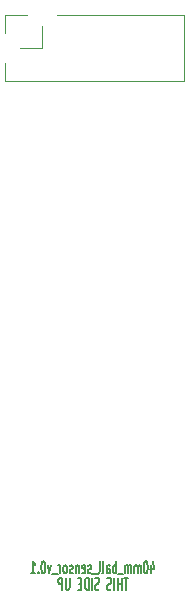
<source format=gbr>
G04 #@! TF.GenerationSoftware,KiCad,Pcbnew,5.1.2-f72e74a~84~ubuntu18.04.1*
G04 #@! TF.CreationDate,2019-09-23T03:00:40+02:00*
G04 #@! TF.ProjectId,roboy_3.0_40mm_ball_sensor,726f626f-795f-4332-9e30-5f34306d6d5f,rev?*
G04 #@! TF.SameCoordinates,Original*
G04 #@! TF.FileFunction,Legend,Bot*
G04 #@! TF.FilePolarity,Positive*
%FSLAX46Y46*%
G04 Gerber Fmt 4.6, Leading zero omitted, Abs format (unit mm)*
G04 Created by KiCad (PCBNEW 5.1.2-f72e74a~84~ubuntu18.04.1) date 2019-09-23 03:00:40*
%MOMM*%
%LPD*%
G04 APERTURE LIST*
%ADD10C,0.150000*%
%ADD11C,0.120000*%
G04 APERTURE END LIST*
D10*
X163385714Y-121652380D02*
X163042857Y-121652380D01*
X163214285Y-122652380D02*
X163214285Y-121652380D01*
X162842857Y-122652380D02*
X162842857Y-121652380D01*
X162842857Y-122128571D02*
X162500000Y-122128571D01*
X162500000Y-122652380D02*
X162500000Y-121652380D01*
X162214285Y-122652380D02*
X162214285Y-121652380D01*
X161957142Y-122604761D02*
X161871428Y-122652380D01*
X161728571Y-122652380D01*
X161671428Y-122604761D01*
X161642857Y-122557142D01*
X161614285Y-122461904D01*
X161614285Y-122366666D01*
X161642857Y-122271428D01*
X161671428Y-122223809D01*
X161728571Y-122176190D01*
X161842857Y-122128571D01*
X161900000Y-122080952D01*
X161928571Y-122033333D01*
X161957142Y-121938095D01*
X161957142Y-121842857D01*
X161928571Y-121747619D01*
X161900000Y-121700000D01*
X161842857Y-121652380D01*
X161700000Y-121652380D01*
X161614285Y-121700000D01*
X160928571Y-122604761D02*
X160842857Y-122652380D01*
X160700000Y-122652380D01*
X160642857Y-122604761D01*
X160614285Y-122557142D01*
X160585714Y-122461904D01*
X160585714Y-122366666D01*
X160614285Y-122271428D01*
X160642857Y-122223809D01*
X160700000Y-122176190D01*
X160814285Y-122128571D01*
X160871428Y-122080952D01*
X160900000Y-122033333D01*
X160928571Y-121938095D01*
X160928571Y-121842857D01*
X160900000Y-121747619D01*
X160871428Y-121700000D01*
X160814285Y-121652380D01*
X160671428Y-121652380D01*
X160585714Y-121700000D01*
X160328571Y-122652380D02*
X160328571Y-121652380D01*
X160042857Y-122652380D02*
X160042857Y-121652380D01*
X159900000Y-121652380D01*
X159814285Y-121700000D01*
X159757142Y-121795238D01*
X159728571Y-121890476D01*
X159700000Y-122080952D01*
X159700000Y-122223809D01*
X159728571Y-122414285D01*
X159757142Y-122509523D01*
X159814285Y-122604761D01*
X159900000Y-122652380D01*
X160042857Y-122652380D01*
X159442857Y-122128571D02*
X159242857Y-122128571D01*
X159157142Y-122652380D02*
X159442857Y-122652380D01*
X159442857Y-121652380D01*
X159157142Y-121652380D01*
X158442857Y-121652380D02*
X158442857Y-122461904D01*
X158414285Y-122557142D01*
X158385714Y-122604761D01*
X158328571Y-122652380D01*
X158214285Y-122652380D01*
X158157142Y-122604761D01*
X158128571Y-122557142D01*
X158100000Y-122461904D01*
X158100000Y-121652380D01*
X157814285Y-122652380D02*
X157814285Y-121652380D01*
X157585714Y-121652380D01*
X157528571Y-121700000D01*
X157500000Y-121747619D01*
X157471428Y-121842857D01*
X157471428Y-121985714D01*
X157500000Y-122080952D01*
X157528571Y-122128571D01*
X157585714Y-122176190D01*
X157814285Y-122176190D01*
X165328571Y-120585714D02*
X165328571Y-121252380D01*
X165471428Y-120204761D02*
X165614285Y-120919047D01*
X165242857Y-120919047D01*
X164900000Y-120252380D02*
X164842857Y-120252380D01*
X164785714Y-120300000D01*
X164757142Y-120347619D01*
X164728571Y-120442857D01*
X164700000Y-120633333D01*
X164700000Y-120871428D01*
X164728571Y-121061904D01*
X164757142Y-121157142D01*
X164785714Y-121204761D01*
X164842857Y-121252380D01*
X164900000Y-121252380D01*
X164957142Y-121204761D01*
X164985714Y-121157142D01*
X165014285Y-121061904D01*
X165042857Y-120871428D01*
X165042857Y-120633333D01*
X165014285Y-120442857D01*
X164985714Y-120347619D01*
X164957142Y-120300000D01*
X164900000Y-120252380D01*
X164442857Y-121252380D02*
X164442857Y-120585714D01*
X164442857Y-120680952D02*
X164414285Y-120633333D01*
X164357142Y-120585714D01*
X164271428Y-120585714D01*
X164214285Y-120633333D01*
X164185714Y-120728571D01*
X164185714Y-121252380D01*
X164185714Y-120728571D02*
X164157142Y-120633333D01*
X164100000Y-120585714D01*
X164014285Y-120585714D01*
X163957142Y-120633333D01*
X163928571Y-120728571D01*
X163928571Y-121252380D01*
X163642857Y-121252380D02*
X163642857Y-120585714D01*
X163642857Y-120680952D02*
X163614285Y-120633333D01*
X163557142Y-120585714D01*
X163471428Y-120585714D01*
X163414285Y-120633333D01*
X163385714Y-120728571D01*
X163385714Y-121252380D01*
X163385714Y-120728571D02*
X163357142Y-120633333D01*
X163300000Y-120585714D01*
X163214285Y-120585714D01*
X163157142Y-120633333D01*
X163128571Y-120728571D01*
X163128571Y-121252380D01*
X162985714Y-121347619D02*
X162528571Y-121347619D01*
X162385714Y-121252380D02*
X162385714Y-120252380D01*
X162385714Y-120633333D02*
X162328571Y-120585714D01*
X162214285Y-120585714D01*
X162157142Y-120633333D01*
X162128571Y-120680952D01*
X162100000Y-120776190D01*
X162100000Y-121061904D01*
X162128571Y-121157142D01*
X162157142Y-121204761D01*
X162214285Y-121252380D01*
X162328571Y-121252380D01*
X162385714Y-121204761D01*
X161585714Y-121252380D02*
X161585714Y-120728571D01*
X161614285Y-120633333D01*
X161671428Y-120585714D01*
X161785714Y-120585714D01*
X161842857Y-120633333D01*
X161585714Y-121204761D02*
X161642857Y-121252380D01*
X161785714Y-121252380D01*
X161842857Y-121204761D01*
X161871428Y-121109523D01*
X161871428Y-121014285D01*
X161842857Y-120919047D01*
X161785714Y-120871428D01*
X161642857Y-120871428D01*
X161585714Y-120823809D01*
X161214285Y-121252380D02*
X161271428Y-121204761D01*
X161300000Y-121109523D01*
X161300000Y-120252380D01*
X160900000Y-121252380D02*
X160957142Y-121204761D01*
X160985714Y-121109523D01*
X160985714Y-120252380D01*
X160814285Y-121347619D02*
X160357142Y-121347619D01*
X160242857Y-121204761D02*
X160185714Y-121252380D01*
X160071428Y-121252380D01*
X160014285Y-121204761D01*
X159985714Y-121109523D01*
X159985714Y-121061904D01*
X160014285Y-120966666D01*
X160071428Y-120919047D01*
X160157142Y-120919047D01*
X160214285Y-120871428D01*
X160242857Y-120776190D01*
X160242857Y-120728571D01*
X160214285Y-120633333D01*
X160157142Y-120585714D01*
X160071428Y-120585714D01*
X160014285Y-120633333D01*
X159500000Y-121204761D02*
X159557142Y-121252380D01*
X159671428Y-121252380D01*
X159728571Y-121204761D01*
X159757142Y-121109523D01*
X159757142Y-120728571D01*
X159728571Y-120633333D01*
X159671428Y-120585714D01*
X159557142Y-120585714D01*
X159500000Y-120633333D01*
X159471428Y-120728571D01*
X159471428Y-120823809D01*
X159757142Y-120919047D01*
X159214285Y-120585714D02*
X159214285Y-121252380D01*
X159214285Y-120680952D02*
X159185714Y-120633333D01*
X159128571Y-120585714D01*
X159042857Y-120585714D01*
X158985714Y-120633333D01*
X158957142Y-120728571D01*
X158957142Y-121252380D01*
X158700000Y-121204761D02*
X158642857Y-121252380D01*
X158528571Y-121252380D01*
X158471428Y-121204761D01*
X158442857Y-121109523D01*
X158442857Y-121061904D01*
X158471428Y-120966666D01*
X158528571Y-120919047D01*
X158614285Y-120919047D01*
X158671428Y-120871428D01*
X158700000Y-120776190D01*
X158700000Y-120728571D01*
X158671428Y-120633333D01*
X158614285Y-120585714D01*
X158528571Y-120585714D01*
X158471428Y-120633333D01*
X158100000Y-121252380D02*
X158157142Y-121204761D01*
X158185714Y-121157142D01*
X158214285Y-121061904D01*
X158214285Y-120776190D01*
X158185714Y-120680952D01*
X158157142Y-120633333D01*
X158100000Y-120585714D01*
X158014285Y-120585714D01*
X157957142Y-120633333D01*
X157928571Y-120680952D01*
X157900000Y-120776190D01*
X157900000Y-121061904D01*
X157928571Y-121157142D01*
X157957142Y-121204761D01*
X158014285Y-121252380D01*
X158100000Y-121252380D01*
X157642857Y-121252380D02*
X157642857Y-120585714D01*
X157642857Y-120776190D02*
X157614285Y-120680952D01*
X157585714Y-120633333D01*
X157528571Y-120585714D01*
X157471428Y-120585714D01*
X157414285Y-121347619D02*
X156957142Y-121347619D01*
X156871428Y-120585714D02*
X156728571Y-121252380D01*
X156585714Y-120585714D01*
X156242857Y-120252380D02*
X156185714Y-120252380D01*
X156128571Y-120300000D01*
X156100000Y-120347619D01*
X156071428Y-120442857D01*
X156042857Y-120633333D01*
X156042857Y-120871428D01*
X156071428Y-121061904D01*
X156100000Y-121157142D01*
X156128571Y-121204761D01*
X156185714Y-121252380D01*
X156242857Y-121252380D01*
X156300000Y-121204761D01*
X156328571Y-121157142D01*
X156357142Y-121061904D01*
X156385714Y-120871428D01*
X156385714Y-120633333D01*
X156357142Y-120442857D01*
X156328571Y-120347619D01*
X156300000Y-120300000D01*
X156242857Y-120252380D01*
X155785714Y-121157142D02*
X155757142Y-121204761D01*
X155785714Y-121252380D01*
X155814285Y-121204761D01*
X155785714Y-121157142D01*
X155785714Y-121252380D01*
X155185714Y-121252380D02*
X155528571Y-121252380D01*
X155357142Y-121252380D02*
X155357142Y-120252380D01*
X155414285Y-120395238D01*
X155471428Y-120490476D01*
X155528571Y-120538095D01*
D11*
X157360000Y-73970000D02*
X168085000Y-73970000D01*
X168085000Y-73970000D02*
X168085000Y-79570000D01*
X152985000Y-79570000D02*
X168085000Y-79570000D01*
X152985000Y-78040000D02*
X152985000Y-79570000D01*
X154220000Y-76770000D02*
X156090000Y-76770000D01*
X156090000Y-76770000D02*
X156090000Y-74900000D01*
X154820000Y-73970000D02*
X152985000Y-73970000D01*
X152985000Y-73970000D02*
X152985000Y-75500000D01*
M02*

</source>
